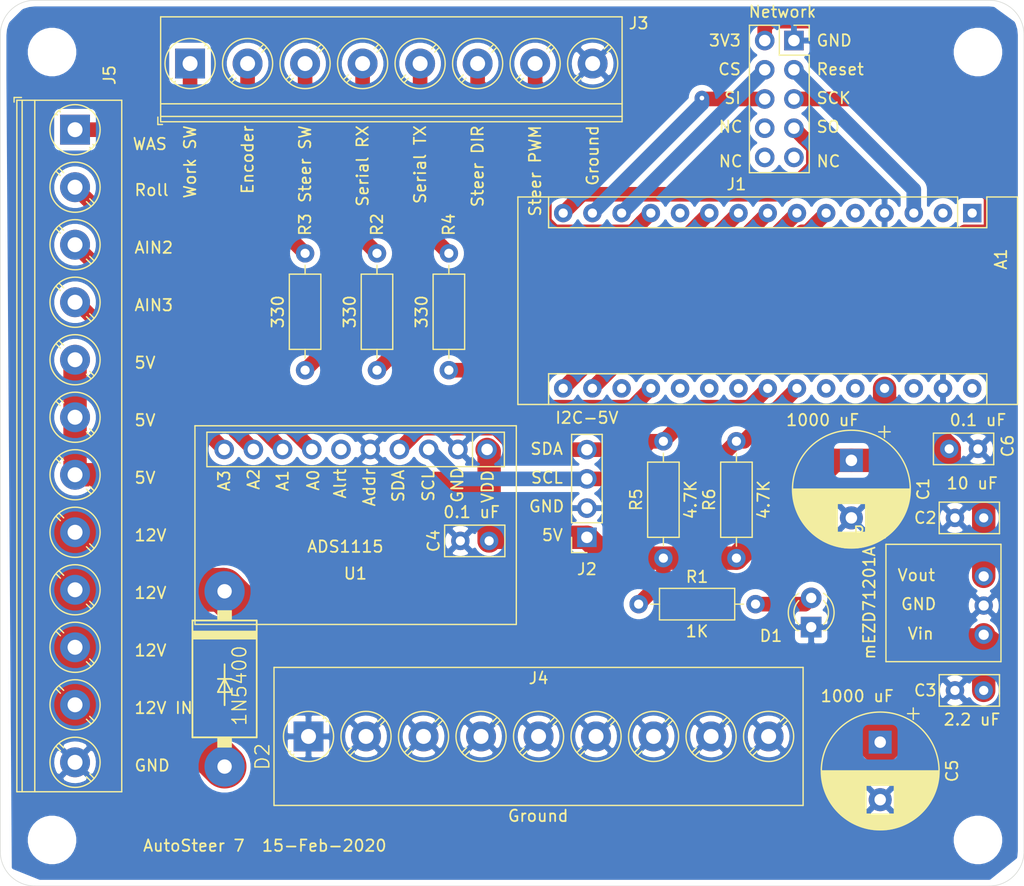
<source format=kicad_pcb>
(kicad_pcb (version 20171130) (host pcbnew "(5.1.2)-2")
  (layers (0 F.Cu signal) (31 B.Cu signal) (34 B.Paste user) (35 F.Paste user) (36 B.SilkS user) (37 F.SilkS user) (38 B.Mask user) (39 F.Mask user) (44 Edge.Cuts user))
  (net 0 "")
  (net 1 "Net-(A1-Pad16)")
  (net 2 "Net-(A1-Pad17)")
  (net 3 "Net-(A1-Pad3)")
  (net 4 "Net-(A1-Pad18)")
  (net 5 GND)
  (net 6 "Net-(A1-Pad5)")
  (net 7 "Net-(A1-Pad20)")
  (net 8 "Net-(A1-Pad6)")
  (net 9 "Net-(A1-Pad21)")
  (net 10 "Net-(A1-Pad7)")
  (net 11 "Net-(A1-Pad22)")
  (net 12 "Net-(A1-Pad8)")
  (net 13 "Net-(A1-Pad23)")
  (net 14 "Net-(A1-Pad9)")
  (net 15 "Net-(A1-Pad24)")
  (net 16 "Net-(A1-Pad10)")
  (net 17 "Net-(A1-Pad25)")
  (net 18 "Net-(A1-Pad11)")
  (net 19 "Net-(A1-Pad26)")
  (net 20 "Net-(A1-Pad12)")
  (net 21 "Net-(A1-Pad27)")
  (net 22 "Net-(A1-Pad13)")
  (net 23 "Net-(A1-Pad28)")
  (net 24 "Net-(A1-Pad15)")
  (net 25 "Net-(A1-Pad30)")
  (net 26 "Net-(A1-Pad1)")
  (net 27 "Net-(U1-Pad6)")
  (net 28 "Net-(A1-Pad2)")
  (net 29 "Net-(D1-Pad2)")
  (net 30 "Net-(D2-PadA)")
  (net 31 "Net-(A1-Pad14)")
  (net 32 "Net-(A1-Pad19)")
  (net 33 "Net-(C3-Pad1)")
  (net 34 "Net-(J3-Pad2)")
  (net 35 "Net-(J5-Pad4)")
  (net 36 "Net-(J5-Pad3)")
  (net 37 "Net-(J5-Pad2)")
  (net 38 "Net-(J5-Pad1)")
  (net 39 "Net-(J3-Pad3)")
  (net 40 "Net-(J1-Pad10)")
  (net 41 "Net-(J1-Pad9)")
  (net 42 "Net-(J1-Pad8)")
  (net 43 "Net-(J3-Pad1)")
  (module TerminalBlock_Phoenix:TerminalBlock_Phoenix_PT-1,5-8-5.0-H_1x08_P5.00mm_Horizontal (layer F.Cu) (at 95.5 63.5)
    (fp_text reference J3 (at 39 -3.5) (layer F.SilkS))
    (fp_text value GPIOs)
    (pad 8 thru_hole circle (at 35 0) (size 2.6 2.6) (drill 1.3) (layers *.Cu *.Mask) (net 5 GND))
    (pad 7 thru_hole circle (at 30 0) (size 2.6 2.6) (drill 1.3) (layers *.Cu *.Mask) (net 20 "Net-(A1-Pad12)"))
    (pad 6 thru_hole circle (at 25 0) (size 2.6 2.6) (drill 1.3) (layers *.Cu *.Mask) (net 16 "Net-(A1-Pad10)"))
    (pad 5 thru_hole circle (at 20 0) (size 2.6 2.6) (drill 1.3) (layers *.Cu *.Mask) (net 14 "Net-(A1-Pad9)"))
    (pad 4 thru_hole circle (at 15 0) (size 2.6 2.6) (drill 1.3) (layers *.Cu *.Mask) (net 12 "Net-(A1-Pad8)"))
    (pad 3 thru_hole circle (at 10 0) (size 2.6 2.6) (drill 1.3) (layers *.Cu *.Mask) (net 39 "Net-(J3-Pad3)"))
    (pad 2 thru_hole circle (at 5 0) (size 2.6 2.6) (drill 1.3) (layers *.Cu *.Mask) (net 34 "Net-(J3-Pad2)"))
    (pad 1 thru_hole rect (at 0 0) (size 2.6 2.6) (drill 1.3) (layers *.Cu *.Mask) (net 43 "Net-(J3-Pad1)"))
  )
  (module Connector_PinSocket_2.54mm:PinSocket_2x05_P2.54mm_Vertical (layer F.Cu) (at 148 61.5)
    (fp_text reference J1 (at -5 12.5) (layer F.SilkS))
    (fp_text value Network (at -1 -2.5) (layer F.SilkS))
    (pad 10 thru_hole oval (at -2.54 10.16) (size 1.7 1.7) (drill 1) (layers *.Cu *.Mask) (net 40 "Net-(J1-Pad10)"))
    (pad 9 thru_hole oval (at 0 10.16) (size 1.7 1.7) (drill 1) (layers *.Cu *.Mask) (net 41 "Net-(J1-Pad9)"))
    (pad 8 thru_hole oval (at -2.54 7.62) (size 1.7 1.7) (drill 1) (layers *.Cu *.Mask) (net 42 "Net-(J1-Pad8)"))
    (pad 7 thru_hole oval (at 0 7.62) (size 1.7 1.7) (drill 1) (layers *.Cu *.Mask) (net 24 "Net-(A1-Pad15)"))
    (pad 6 thru_hole oval (at -2.54 5.08) (size 1.7 1.7) (drill 1) (layers *.Cu *.Mask) (net 31 "Net-(A1-Pad14)"))
    (pad 5 thru_hole oval (at 0 5.08) (size 1.7 1.7) (drill 1) (layers *.Cu *.Mask) (net 1 "Net-(A1-Pad16)"))
    (pad 4 thru_hole oval (at -2.54 2.54) (size 1.7 1.7) (drill 1) (layers *.Cu *.Mask) (net 22 "Net-(A1-Pad13)"))
    (pad 3 thru_hole oval (at 0 2.54) (size 1.7 1.7) (drill 1) (layers *.Cu *.Mask) (net 3 "Net-(A1-Pad3)"))
    (pad 2 thru_hole oval (at -2.54 0) (size 1.7 1.7) (drill 1) (layers *.Cu *.Mask) (net 2 "Net-(A1-Pad17)"))
    (pad 1 thru_hole rect (at 0 0) (size 1.7 1.7) (drill 1) (layers *.Cu *.Mask) (net 5 GND))
  )
  (module AAAlibrary:TerminalBlock_Phoenix_PT-1,5-9-5.0-H_1x09_P5.00mm_55degrees (layer F.Cu) (at 105.7976 122)
    (fp_text reference J4 (at 20 -5.06) (layer F.SilkS))
    (fp_text value Ground (at 19.9644 6.9088) (layer F.SilkS))
    (pad 9 thru_hole circle (at 40 0) (size 2.6 2.6) (drill 1.3) (layers *.Cu *.Mask) (net 5 GND))
    (pad 8 thru_hole circle (at 35 0) (size 2.6 2.6) (drill 1.3) (layers *.Cu *.Mask) (net 5 GND))
    (pad 7 thru_hole circle (at 30 0) (size 2.6 2.6) (drill 1.3) (layers *.Cu *.Mask) (net 5 GND))
    (pad 6 thru_hole circle (at 25 0) (size 2.6 2.6) (drill 1.3) (layers *.Cu *.Mask) (net 5 GND))
    (pad 5 thru_hole circle (at 20 0) (size 2.6 2.6) (drill 1.3) (layers *.Cu *.Mask) (net 5 GND))
    (pad 4 thru_hole circle (at 15 0) (size 2.6 2.6) (drill 1.3) (layers *.Cu *.Mask) (net 5 GND))
    (pad 3 thru_hole circle (at 10 0) (size 2.6 2.6) (drill 1.3) (layers *.Cu *.Mask) (net 5 GND))
    (pad 2 thru_hole circle (at 5 0) (size 2.6 2.6) (drill 1.3) (layers *.Cu *.Mask) (net 5 GND))
    (pad 1 thru_hole rect (at 0 0) (size 2.6 2.6) (drill 1.3) (layers *.Cu *.Mask) (net 5 GND))
  )
  (module Connector_PinSocket_2.54mm:PinSocket_1x04_P2.54mm_Vertical (layer F.Cu) (at 130 104.69 180)
    (fp_text reference J2 (at 0 -2.77) (layer F.SilkS))
    (fp_text value I2C-5V (at 0 10.39) (layer F.SilkS))
    (pad 4 thru_hole oval (at 0 7.62 180) (size 1.7 1.7) (drill 1) (layers *.Cu *.Mask) (net 13 "Net-(A1-Pad23)"))
    (pad 3 thru_hole oval (at 0 5.08 180) (size 1.7 1.7) (drill 1) (layers *.Cu *.Mask) (net 15 "Net-(A1-Pad24)"))
    (pad 2 thru_hole oval (at 0 2.54 180) (size 1.7 1.7) (drill 1) (layers *.Cu *.Mask) (net 5 GND))
    (pad 1 thru_hole rect (at 0 0 180) (size 1.7 1.7) (drill 1) (layers *.Cu *.Mask) (net 21 "Net-(A1-Pad27)"))
  )
  (module Resistor_THT:R_Axial_DIN0207_L6.3mm_D2.5mm_P10.16mm_Horizontal (layer F.Cu) (at 143 106.5 90)
    (fp_text reference R6 (at 5.08 -2.37 90) (layer F.SilkS))
    (fp_text value 4.7K (at 5.08 2.37 90) (layer F.SilkS))
    (pad 2 thru_hole oval (at 10.16 0 90) (size 1.6 1.6) (drill 0.8) (layers *.Cu *.Mask) (net 15 "Net-(A1-Pad24)"))
    (pad 1 thru_hole circle (at 0 0 90) (size 1.6 1.6) (drill 0.8) (layers *.Cu *.Mask) (net 21 "Net-(A1-Pad27)"))
  )
  (module Resistor_THT:R_Axial_DIN0207_L6.3mm_D2.5mm_P10.16mm_Horizontal (layer F.Cu) (at 136.65 106.5 90)
    (fp_text reference R5 (at 5.08 -2.37 90) (layer F.SilkS))
    (fp_text value 4.7K (at 5.08 2.37 90) (layer F.SilkS))
    (pad 2 thru_hole oval (at 10.16 0 90) (size 1.6 1.6) (drill 0.8) (layers *.Cu *.Mask) (net 13 "Net-(A1-Pad23)"))
    (pad 1 thru_hole circle (at 0 0 90) (size 1.6 1.6) (drill 0.8) (layers *.Cu *.Mask) (net 21 "Net-(A1-Pad27)"))
  )
  (module Resistor_THT:R_Axial_DIN0207_L6.3mm_D2.5mm_P10.16mm_Horizontal (layer F.Cu) (at 118 80 270)
    (fp_text reference R4 (at -2.5 0 90) (layer F.SilkS))
    (fp_text value 330 (at 5.08 2.37 90) (layer F.SilkS))
    (pad 2 thru_hole oval (at 10.16 0 270) (size 1.6 1.6) (drill 0.8) (layers *.Cu *.Mask) (net 32 "Net-(A1-Pad19)"))
    (pad 1 thru_hole circle (at 0 0 270) (size 1.6 1.6) (drill 0.8) (layers *.Cu *.Mask) (net 39 "Net-(J3-Pad3)"))
  )
  (module Resistor_THT:R_Axial_DIN0207_L6.3mm_D2.5mm_P10.16mm_Horizontal (layer F.Cu) (at 105.5 80 270)
    (fp_text reference R3 (at -2.5 0 90) (layer F.SilkS))
    (fp_text value 330 (at 5.08 2.37 90) (layer F.SilkS))
    (pad 2 thru_hole oval (at 10.16 0 270) (size 1.6 1.6) (drill 0.8) (layers *.Cu *.Mask) (net 10 "Net-(A1-Pad7)"))
    (pad 1 thru_hole circle (at 0 0 270) (size 1.6 1.6) (drill 0.8) (layers *.Cu *.Mask) (net 43 "Net-(J3-Pad1)"))
  )
  (module Resistor_THT:R_Axial_DIN0207_L6.3mm_D2.5mm_P10.16mm_Horizontal (layer F.Cu) (at 111.75 80 270)
    (fp_text reference R2 (at -2.5 0 90) (layer F.SilkS))
    (fp_text value 330 (at 5.08 2.37 90) (layer F.SilkS))
    (pad 2 thru_hole oval (at 10.16 0 270) (size 1.6 1.6) (drill 0.8) (layers *.Cu *.Mask) (net 8 "Net-(A1-Pad6)"))
    (pad 1 thru_hole circle (at 0 0 270) (size 1.6 1.6) (drill 0.8) (layers *.Cu *.Mask) (net 34 "Net-(J3-Pad2)"))
  )
  (module Resistor_THT:R_Axial_DIN0207_L6.3mm_D2.5mm_P10.16mm_Horizontal (layer F.Cu) (at 134.5 110.5)
    (fp_text reference R1 (at 5.08 -2.37) (layer F.SilkS))
    (fp_text value 1K (at 5.08 2.37) (layer F.SilkS))
    (pad 2 thru_hole oval (at 10.16 0) (size 1.6 1.6) (drill 0.8) (layers *.Cu *.Mask) (net 29 "Net-(D1-Pad2)"))
    (pad 1 thru_hole circle (at 0 0) (size 1.6 1.6) (drill 0.8) (layers *.Cu *.Mask) (net 21 "Net-(A1-Pad27)"))
  )
  (module AAAlibrary:TerminalBlock_Phoenix_PT-1,5-12-5.0-H_1x12_P5.00mm_Horizontal (layer F.Cu) (at 85.5 69.25 270)
    (fp_text reference J5 (at -4.75 -3 90) (layer F.SilkS))
    (fp_text value Screw_Terminal_01x12)
    (pad 12 thru_hole circle (at 55 0 270) (size 2.6 2.6) (drill 1.3) (layers *.Cu *.Mask) (net 5 GND))
    (pad 11 thru_hole circle (at 50 0 270) (size 2.6 2.6) (drill 1.3) (layers *.Cu *.Mask) (net 30 "Net-(D2-PadA)"))
    (pad 10 thru_hole circle (at 45 0 270) (size 2.6 2.6) (drill 1.3) (layers *.Cu *.Mask) (net 33 "Net-(C3-Pad1)"))
    (pad 9 thru_hole circle (at 40 0 270) (size 2.6 2.6) (drill 1.3) (layers *.Cu *.Mask) (net 33 "Net-(C3-Pad1)"))
    (pad 8 thru_hole circle (at 35 0 270) (size 2.6 2.6) (drill 1.3) (layers *.Cu *.Mask) (net 33 "Net-(C3-Pad1)"))
    (pad 7 thru_hole circle (at 30 0 270) (size 2.6 2.6) (drill 1.3) (layers *.Cu *.Mask) (net 21 "Net-(A1-Pad27)"))
    (pad 6 thru_hole circle (at 25 0 270) (size 2.6 2.6) (drill 1.3) (layers *.Cu *.Mask) (net 21 "Net-(A1-Pad27)"))
    (pad 5 thru_hole circle (at 20 0 270) (size 2.6 2.6) (drill 1.3) (layers *.Cu *.Mask) (net 21 "Net-(A1-Pad27)"))
    (pad 4 thru_hole circle (at 15 0 270) (size 2.6 2.6) (drill 1.3) (layers *.Cu *.Mask) (net 35 "Net-(J5-Pad4)"))
    (pad 3 thru_hole circle (at 10 0 270) (size 2.6 2.6) (drill 1.3) (layers *.Cu *.Mask) (net 36 "Net-(J5-Pad3)"))
    (pad 2 thru_hole circle (at 5 0 270) (size 2.6 2.6) (drill 1.3) (layers *.Cu *.Mask) (net 37 "Net-(J5-Pad2)"))
    (pad 1 thru_hole rect (at 0 0 270) (size 2.6 2.6) (drill 1.3) (layers *.Cu *.Mask) (net 38 "Net-(J5-Pad1)"))
  )
  (module MountingHole:MountingHole_3.2mm_M3 (layer F.Cu) (at 164 131)
    (fp_text reference "" hide)
    (fp_text value "" hide)
    (pad 1 np_thru_hole circle (at 0 0) (size 3.2 3.2) (drill 3.2) (layers *.Cu *.Mask))
  )
  (module MountingHole:MountingHole_3.2mm_M3 (layer F.Cu) (at 83.5 131)
    (fp_text reference "" hide)
    (fp_text value "" hide)
    (pad 1 np_thru_hole circle (at 0 0) (size 3.2 3.2) (drill 3.2) (layers *.Cu *.Mask))
  )
  (module MountingHole:MountingHole_3.2mm_M3 (layer F.Cu) (at 83.5 62.5)
    (fp_text reference "" hide)
    (fp_text value "" hide)
    (pad 1 np_thru_hole circle (at 0 0) (size 3.2 3.2) (drill 3.2) (layers *.Cu *.Mask))
  )
  (module MountingHole:MountingHole_3.2mm_M3 (layer F.Cu) (at 164 62.5)
    (fp_text reference "" hide)
    (fp_text value "" hide)
    (pad 1 np_thru_hole circle (at 0 0) (size 3.2 3.2) (drill 3.2) (layers *.Cu *.Mask))
  )
  (module Module:Arduino_Nano (layer F.Cu) (at 163.5 76.5 270)
    (fp_text reference A1 (at 4 -2.5 90) (layer F.SilkS))
    (fp_text value Arduino_Nano_v3.x)
    (pad 16 thru_hole oval (at 15.24 35.56 270) (size 1.6 1.6) (drill 0.8) (layers *.Cu *.Mask) (net 1 "Net-(A1-Pad16)"))
    (pad 15 thru_hole oval (at 0 35.56 270) (size 1.6 1.6) (drill 0.8) (layers *.Cu *.Mask) (net 24 "Net-(A1-Pad15)"))
    (pad 30 thru_hole oval (at 15.24 0 270) (size 1.6 1.6) (drill 0.8) (layers *.Cu *.Mask) (net 25 "Net-(A1-Pad30)"))
    (pad 14 thru_hole oval (at 0 33.02 270) (size 1.6 1.6) (drill 0.8) (layers *.Cu *.Mask) (net 31 "Net-(A1-Pad14)"))
    (pad 29 thru_hole oval (at 15.24 2.54 270) (size 1.6 1.6) (drill 0.8) (layers *.Cu *.Mask) (net 5 GND))
    (pad 13 thru_hole oval (at 0 30.48 270) (size 1.6 1.6) (drill 0.8) (layers *.Cu *.Mask) (net 22 "Net-(A1-Pad13)"))
    (pad 28 thru_hole oval (at 15.24 5.08 270) (size 1.6 1.6) (drill 0.8) (layers *.Cu *.Mask) (net 23 "Net-(A1-Pad28)"))
    (pad 12 thru_hole oval (at 0 27.94 270) (size 1.6 1.6) (drill 0.8) (layers *.Cu *.Mask) (net 20 "Net-(A1-Pad12)"))
    (pad 27 thru_hole oval (at 15.24 7.62 270) (size 1.6 1.6) (drill 0.8) (layers *.Cu *.Mask) (net 21 "Net-(A1-Pad27)"))
    (pad 11 thru_hole oval (at 0 25.4 270) (size 1.6 1.6) (drill 0.8) (layers *.Cu *.Mask) (net 18 "Net-(A1-Pad11)"))
    (pad 26 thru_hole oval (at 15.24 10.16 270) (size 1.6 1.6) (drill 0.8) (layers *.Cu *.Mask) (net 19 "Net-(A1-Pad26)"))
    (pad 10 thru_hole oval (at 0 22.86 270) (size 1.6 1.6) (drill 0.8) (layers *.Cu *.Mask) (net 16 "Net-(A1-Pad10)"))
    (pad 25 thru_hole oval (at 15.24 12.7 270) (size 1.6 1.6) (drill 0.8) (layers *.Cu *.Mask) (net 17 "Net-(A1-Pad25)"))
    (pad 9 thru_hole oval (at 0 20.32 270) (size 1.6 1.6) (drill 0.8) (layers *.Cu *.Mask) (net 14 "Net-(A1-Pad9)"))
    (pad 24 thru_hole oval (at 15.24 15.24 270) (size 1.6 1.6) (drill 0.8) (layers *.Cu *.Mask) (net 15 "Net-(A1-Pad24)"))
    (pad 8 thru_hole oval (at 0 17.78 270) (size 1.6 1.6) (drill 0.8) (layers *.Cu *.Mask) (net 12 "Net-(A1-Pad8)"))
    (pad 23 thru_hole oval (at 15.24 17.78 270) (size 1.6 1.6) (drill 0.8) (layers *.Cu *.Mask) (net 13 "Net-(A1-Pad23)"))
    (pad 7 thru_hole oval (at 0 15.24 270) (size 1.6 1.6) (drill 0.8) (layers *.Cu *.Mask) (net 10 "Net-(A1-Pad7)"))
    (pad 22 thru_hole oval (at 15.24 20.32 270) (size 1.6 1.6) (drill 0.8) (layers *.Cu *.Mask) (net 11 "Net-(A1-Pad22)"))
    (pad 6 thru_hole oval (at 0 12.7 270) (size 1.6 1.6) (drill 0.8) (layers *.Cu *.Mask) (net 8 "Net-(A1-Pad6)"))
    (pad 21 thru_hole oval (at 15.24 22.86 270) (size 1.6 1.6) (drill 0.8) (layers *.Cu *.Mask) (net 9 "Net-(A1-Pad21)"))
    (pad 5 thru_hole oval (at 0 10.16 270) (size 1.6 1.6) (drill 0.8) (layers *.Cu *.Mask) (net 6 "Net-(A1-Pad5)"))
    (pad 20 thru_hole oval (at 15.24 25.4 270) (size 1.6 1.6) (drill 0.8) (layers *.Cu *.Mask) (net 7 "Net-(A1-Pad20)"))
    (pad 4 thru_hole oval (at 0 7.62 270) (size 1.6 1.6) (drill 0.8) (layers *.Cu *.Mask) (net 5 GND))
    (pad 19 thru_hole oval (at 15.24 27.94 270) (size 1.6 1.6) (drill 0.8) (layers *.Cu *.Mask) (net 32 "Net-(A1-Pad19)"))
    (pad 3 thru_hole oval (at 0 5.08 270) (size 1.6 1.6) (drill 0.8) (layers *.Cu *.Mask) (net 3 "Net-(A1-Pad3)"))
    (pad 18 thru_hole oval (at 15.24 30.48 270) (size 1.6 1.6) (drill 0.8) (layers *.Cu *.Mask) (net 4 "Net-(A1-Pad18)"))
    (pad 2 thru_hole oval (at 0 2.54 270) (size 1.6 1.6) (drill 0.8) (layers *.Cu *.Mask) (net 28 "Net-(A1-Pad2)"))
    (pad 17 thru_hole oval (at 15.24 33.02 270) (size 1.6 1.6) (drill 0.8) (layers *.Cu *.Mask) (net 2 "Net-(A1-Pad17)"))
    (pad 1 thru_hole rect (at 0 0 270) (size 1.6 1.6) (drill 0.8) (layers *.Cu *.Mask) (net 26 "Net-(A1-Pad1)"))
  )
  (module "my library:1N5400" (layer F.Cu) (at 98.5 117 270)
    (fp_text reference D2 (at 5.5 -4 90) (layer F.SilkS) (effects (font (size 1.2065 1.2065) (thickness 0.127)) (justify right bottom)))
    (fp_text value 1N5400 (at -3 -2 90) (layer F.SilkS) (effects (font (size 1.2065 1.2065) (thickness 0.127)) (justify right bottom)))
    (pad C thru_hole circle (at -7.62 0 270) (size 3.5 3.5) (drill 1.25) (layers *.Cu *.Mask) (net 33 "Net-(C3-Pad1)"))
    (pad A thru_hole circle (at 7.62 0 270) (size 3.5 3.5) (drill 1.25) (layers *.Cu *.Mask) (net 30 "Net-(D2-PadA)"))
  )
  (module Capacitor_THT:C_Disc_D5.0mm_W2.5mm_P2.50mm (layer F.Cu) (at 164.5 118 180)
    (fp_text reference C3 (at 5.08 0) (layer F.SilkS))
    (fp_text value "2.2 uF" (at 1.016 -2.54) (layer F.SilkS))
    (pad 2 thru_hole circle (at 2.5 0 180) (size 1.6 1.6) (drill 0.8) (layers *.Cu *.Mask) (net 5 GND))
    (pad 1 thru_hole circle (at 0 0 180) (size 1.6 1.6) (drill 0.8) (layers *.Cu *.Mask) (net 33 "Net-(C3-Pad1)"))
  )
  (module Capacitor_THT:C_Disc_D5.0mm_W2.5mm_P2.50mm (layer F.Cu) (at 164.5 103 180)
    (fp_text reference C2 (at 5.08 0) (layer F.SilkS))
    (fp_text value "10 uF" (at 1 3 180) (layer F.SilkS))
    (pad 2 thru_hole circle (at 2.5 0 180) (size 1.6 1.6) (drill 0.8) (layers *.Cu *.Mask) (net 5 GND))
    (pad 1 thru_hole circle (at 0 0 180) (size 1.6 1.6) (drill 0.8) (layers *.Cu *.Mask) (net 21 "Net-(A1-Pad27)"))
  )
  (module "my library:ads1115" (layer F.Cu) (at 123 95.5 180)
    (fp_text reference U1 (at 13.1318 -12.3444) (layer F.SilkS))
    (fp_text value ADS1115 (at 14 -10) (layer F.SilkS))
    (fp_text user A3 (at 24.5364 -4.2672 90) (layer F.SilkS))
    (fp_text user A2 (at 21.971 -4.1402 90) (layer F.SilkS))
    (fp_text user A1 (at 19.4564 -4.2672 90) (layer F.SilkS))
    (fp_text user A0 (at 16.7894 -4.2164 90) (layer F.SilkS))
    (fp_text user Alrt (at 14.4526 -4.5212 90) (layer F.SilkS))
    (fp_text user Addr (at 11.9126 -4.8514 90) (layer F.SilkS))
    (fp_text user SDA (at 9.398 -4.7244 90) (layer F.SilkS))
    (fp_text user SCL (at 6.7818 -4.699 90) (layer F.SilkS))
    (fp_text user GND (at 4.2672 -4.6482 90) (layer F.SilkS))
    (fp_text user VDD (at 1.6256 -4.7752 90) (layer F.SilkS))
    (pad 10 thru_hole circle (at 24.5364 -1.5494 180) (size 1.7 1.7) (drill 1) (layers *.Cu *.Mask) (net 35 "Net-(J5-Pad4)"))
    (pad 9 thru_hole circle (at 21.9964 -1.5494 180) (size 1.7 1.7) (drill 1) (layers *.Cu *.Mask) (net 36 "Net-(J5-Pad3)"))
    (pad 8 thru_hole circle (at 19.4564 -1.5494 180) (size 1.7 1.7) (drill 1) (layers *.Cu *.Mask) (net 37 "Net-(J5-Pad2)"))
    (pad 7 thru_hole circle (at 16.9164 -1.5494 180) (size 1.7 1.7) (drill 1) (layers *.Cu *.Mask) (net 38 "Net-(J5-Pad1)"))
    (pad 6 thru_hole circle (at 14.3764 -1.5494 180) (size 1.7 1.7) (drill 1) (layers *.Cu *.Mask) (net 27 "Net-(U1-Pad6)"))
    (pad 5 thru_hole circle (at 11.8364 -1.5494 180) (size 1.7 1.7) (drill 1) (layers *.Cu *.Mask) (net 5 GND))
    (pad 4 thru_hole circle (at 9.2964 -1.5494 180) (size 1.7 1.7) (drill 1) (layers *.Cu *.Mask) (net 13 "Net-(A1-Pad23)"))
    (pad 3 thru_hole circle (at 6.7564 -1.5494 180) (size 1.7 1.7) (drill 1) (layers *.Cu *.Mask) (net 15 "Net-(A1-Pad24)"))
    (pad 2 thru_hole circle (at 4.2164 -1.5494 180) (size 1.7 1.7) (drill 1) (layers *.Cu *.Mask) (net 5 GND))
    (pad 1 thru_hole circle (at 1.6764 -1.5494 180) (size 1.7 1.7) (drill 1) (layers *.Cu *.Mask) (net 21 "Net-(A1-Pad27)"))
  )
  (module "my library:mEZD71201A" (layer F.Cu) (at 156 115.5 90)
    (fp_text reference RG1 (at 11.228 -1.371 180) (layer F.SilkS))
    (fp_text value mEZD71201A (at 5.1054 -1.4478 90) (layer F.SilkS))
    (fp_text user Vin (at 2.4384 3.0226) (layer F.SilkS))
    (fp_text user GND (at 5.0038 2.8448) (layer F.SilkS))
    (fp_text user Vout (at 7.5184 2.6416) (layer F.SilkS))
    (pad 3 thru_hole circle (at 7.4168 8.5 180) (size 1.59 1.59) (drill 0.89) (layers *.Cu *.Mask) (net 21 "Net-(A1-Pad27)"))
    (pad 2 thru_hole circle (at 4.8768 8.5 180) (size 1.59 1.59) (drill 0.89) (layers *.Cu *.Mask) (net 5 GND))
    (pad 1 thru_hole circle (at 2.3368 8.5 180) (size 1.59 1.59) (drill 0.89) (layers *.Cu *.Mask) (net 33 "Net-(C3-Pad1)"))
  )
  (module Capacitor_THT:C_Disc_D5.0mm_W2.5mm_P2.50mm (layer F.Cu) (at 161.5 97)
    (fp_text reference C6 (at 5.08 -0.254 90) (layer F.SilkS))
    (fp_text value "0.1 uF" (at 2.5 -2.5 180) (layer F.SilkS))
    (pad 2 thru_hole circle (at 2.5 0) (size 1.6 1.6) (drill 0.8) (layers *.Cu *.Mask) (net 5 GND))
    (pad 1 thru_hole circle (at 0 0) (size 1.6 1.6) (drill 0.8) (layers *.Cu *.Mask) (net 21 "Net-(A1-Pad27)"))
  )
  (module LED_THT:LED_D3.0mm (layer F.Cu) (at 149.5 112.5 90)
    (fp_text reference D1 (at -0.762 -3.5 180) (layer F.SilkS))
    (fp_text value LED)
    (pad 2 thru_hole circle (at 2.54 0 90) (size 1.8 1.8) (drill 0.9) (layers *.Cu *.Mask) (net 29 "Net-(D1-Pad2)"))
    (pad 1 thru_hole rect (at 0 0 90) (size 1.8 1.8) (drill 0.9) (layers *.Cu *.Mask) (net 5 GND))
  )
  (module Capacitor_THT:CP_Radial_D10.0mm_P5.00mm (layer F.Cu) (at 155.5 122.5 270)
    (fp_text reference C5 (at 2.5 -6.25 90) (layer F.SilkS))
    (fp_text value "1000 uF" (at -4 1.994999 180) (layer F.SilkS))
    (pad 2 thru_hole circle (at 5 0 270) (size 2 2) (drill 1) (layers *.Cu *.Mask) (net 5 GND))
    (pad 1 thru_hole rect (at 0 0 270) (size 2 2) (drill 1) (layers *.Cu *.Mask) (net 33 "Net-(C3-Pad1)"))
  )
  (module Capacitor_THT:C_Disc_D5.0mm_W2.5mm_P2.50mm (layer F.Cu) (at 121.5 105 180)
    (fp_text reference C4 (at 4.826 0 270) (layer F.SilkS))
    (fp_text value "0.1 uF" (at 1.524 2.5) (layer F.SilkS))
    (pad 2 thru_hole circle (at 2.5 0 180) (size 1.6 1.6) (drill 0.8) (layers *.Cu *.Mask) (net 5 GND))
    (pad 1 thru_hole circle (at 0 0 180) (size 1.6 1.6) (drill 0.8) (layers *.Cu *.Mask) (net 21 "Net-(A1-Pad27)"))
  )
  (module Capacitor_THT:CP_Radial_D10.0mm_P5.00mm (layer F.Cu) (at 152.994999 98 270)
    (fp_text reference C1 (at 2.5 -6.25 90) (layer F.SilkS))
    (fp_text value "1000 uF" (at -3.5 2.494999 180) (layer F.SilkS))
    (pad 2 thru_hole circle (at 5 0 270) (size 2 2) (drill 1) (layers *.Cu *.Mask) (net 5 GND))
    (pad 1 thru_hole rect (at 0 0 270) (size 2 2) (drill 1) (layers *.Cu *.Mask) (net 21 "Net-(A1-Pad27)"))
  )
  (gr_text Ground (at 130.5 71.5 90) (layer F.SilkS) (effects (font (size 1 1))))
  (gr_text NC (at 151 72) (layer F.SilkS) (effects (font (size 1 1))))
  (gr_text NC (at 142.5 72) (layer F.SilkS) (effects (font (size 1 1))))
  (gr_text NC (at 142.5 69) (layer F.SilkS) (effects (font (size 1 1))))
  (gr_text SI (at 142.666667 66.5) (layer F.SilkS) (effects (font (size 1 1))))
  (gr_text SO (at 150.976191 69) (layer F.SilkS) (effects (font (size 1 1))))
  (gr_text CS (at 142.404762 64) (layer F.SilkS) (effects (font (size 1 1))))
  (gr_text GND (at 151.5 61.5) (layer F.SilkS) (effects (font (size 1 1))))
  (gr_text 3V3 (at 142 61.5) (layer F.SilkS) (effects (font (size 1 1))))
  (gr_text SCK (at 151.452381 66.5) (layer F.SilkS) (effects (font (size 1 1))))
  (gr_text Reset (at 152.02381 64) (layer F.SilkS) (effects (font (size 1 1))))
  (gr_text "12V IN" (at 93.202 119.52909) (layer F.SilkS) (effects (font (size 1 1))))
  (gr_text 5V (at 91.582953 94.514545) (layer F.SilkS) (effects (font (size 1 1))))
  (gr_text "12V\n" (at 92.059143 104.520363) (layer F.SilkS) (effects (font (size 1 1))))
  (gr_text 5V (at 91.582953 99.517454) (layer F.SilkS) (effects (font (size 1 1))))
  (gr_text WAS (at 92 70.5) (layer F.SilkS) (effects (font (size 1 1))))
  (gr_text "Steer SW" (at 105.5 72.238095 90) (layer F.SilkS) (effects (font (size 1 1))))
  (gr_text "Work SW" (at 95.5 72.047619 90) (layer F.SilkS) (effects (font (size 1 1))))
  (gr_text "Serial TX" (at 115.5 72.285714 90) (layer F.SilkS) (effects (font (size 1 1))))
  (gr_text "Serial RX" (at 110.5 72.404762 90) (layer F.SilkS) (effects (font (size 1 1))))
  (gr_text 5V (at 91.582953 89.511636) (layer F.SilkS) (effects (font (size 1 1))))
  (gr_text Encoder (at 100.5 71.857143 90) (layer F.SilkS) (effects (font (size 1 1))))
  (gr_arc (start 165 132) (end 165 135) (angle -90) (layer Edge.Cuts) (width 0.05))
  (gr_arc (start 82 132) (end 82 135) (angle 90) (layer Edge.Cuts) (width 0.05))
  (gr_arc (start 82 61) (end 82 58) (angle -90) (layer Edge.Cuts) (width 0.05))
  (gr_arc (start 165 61) (end 165 58) (angle 90) (layer Edge.Cuts) (width 0.05))
  (gr_line (start 168 132) (end 168 61) (layer Edge.Cuts) (width 0.05))
  (gr_line (start 82 135) (end 165 135) (layer Edge.Cuts) (width 0.05))
  (gr_line (start 79 61) (end 79 132) (layer Edge.Cuts) (width 0.05))
  (gr_line (start 165 58) (end 82 58) (layer Edge.Cuts) (width 0.05))
  (gr_text 5V (at 127 104.5) (layer F.SilkS) (effects (font (size 1 1))))
  (gr_text GND (at 126.5 102) (layer F.SilkS) (effects (font (size 1 1))))
  (gr_text SCL (at 126.523809 99.5) (layer F.SilkS) (effects (font (size 1 1))))
  (gr_text SDA (at 126.5 97) (layer F.SilkS) (effects (font (size 1 1))))
  (gr_text GND (at 92.202 124.532) (layer F.SilkS) (effects (font (size 1 1))))
  (gr_text 12V (at 92.059143 114.526181) (layer F.SilkS) (effects (font (size 1 1))))
  (gr_text "Steer DIR" (at 120.5 72.428571 90) (layer F.SilkS) (effects (font (size 1 1))))
  (gr_text "Steer PWM" (at 125.5 72.833333 90) (layer F.SilkS) (effects (font (size 1 1))))
  (gr_text AIN3 (at 92.344857 84.508727) (layer F.SilkS) (effects (font (size 1 1))))
  (gr_text Roll (at 92.154381 74.502909) (layer F.SilkS) (effects (font (size 1 1))))
  (gr_text AIN2 (at 92.344857 79.505818) (layer F.SilkS) (effects (font (size 1 1))))
  (gr_text 12V (at 92.059143 109.523272) (layer F.SilkS) (effects (font (size 1 1))))
  (gr_text "AutoSteer 7  15-Feb-2020" (at 102 131.5) (layer F.SilkS) (effects (font (size 1 1))))
  (segment (start 165.135001 75.031999) (end 164.968001 74.864999) (width 1.27) (layer F.Cu) (net 1))
  (segment (start 156.683002 66.58) (end 148 66.58) (width 1.27) (layer F.Cu) (net 1))
  (segment (start 165.135001 75.031999) (end 156.683002 66.58) (width 1.27) (layer F.Cu) (net 1))
  (segment (start 161 80) (end 162.864999 78.135001) (width 1.27) (layer F.Cu) (net 1))
  (segment (start 141.962752 86.955065) (end 148.917817 80) (width 1.27) (layer F.Cu) (net 1))
  (segment (start 132.724935 86.955065) (end 141.962752 86.955065) (width 1.27) (layer F.Cu) (net 1))
  (segment (start 165.135001 77.968001) (end 165.135001 75.031999) (width 1.27) (layer F.Cu) (net 1))
  (segment (start 127.94 91.74) (end 132.724935 86.955065) (width 1.27) (layer F.Cu) (net 1))
  (segment (start 148.917817 80) (end 161 80) (width 1.27) (layer F.Cu) (net 1))
  (segment (start 164.968001 78.135001) (end 165.135001 77.968001) (width 1.27) (layer F.Cu) (net 1))
  (segment (start 162.864999 78.135001) (end 164.968001 78.135001) (width 1.27) (layer F.Cu) (net 1))
  (segment (start 166.605012 78.576899) (end 166.605012 73.605012) (width 1.27) (layer F.Cu) (net 2))
  (segment (start 166.605012 73.605012) (end 152.814999 59.814999) (width 1.27) (layer F.Cu) (net 2))
  (segment (start 163.7119 81.470011) (end 166.605012 78.576899) (width 1.27) (layer F.Cu) (net 2))
  (segment (start 145.46 60.297919) (end 145.46 61.5) (width 1.27) (layer F.Cu) (net 2))
  (segment (start 145.94292 59.814999) (end 145.46 60.297919) (width 1.27) (layer F.Cu) (net 2))
  (segment (start 149.526715 81.470011) (end 163.7119 81.470011) (width 1.27) (layer F.Cu) (net 2))
  (segment (start 142.57165 88.425076) (end 149.526715 81.470011) (width 1.27) (layer F.Cu) (net 2))
  (segment (start 130.48 91.74) (end 133.794924 88.425076) (width 1.27) (layer F.Cu) (net 2))
  (segment (start 152.814999 59.814999) (end 145.94292 59.814999) (width 1.27) (layer F.Cu) (net 2))
  (segment (start 133.794924 88.425076) (end 142.57165 88.425076) (width 1.27) (layer F.Cu) (net 2))
  (segment (start 158.42 74.46) (end 158.42 76.5) (width 1.27) (layer B.Cu) (net 3))
  (segment (start 148 64.04) (end 158.42 74.46) (width 1.27) (layer B.Cu) (net 3))
  (segment (start 111.75 90.16) (end 116.424944 85.485056) (width 1.27) (layer F.Cu) (net 8))
  (segment (start 116.424944 85.485056) (end 141.353852 85.485056) (width 1.27) (layer F.Cu) (net 8))
  (segment (start 141.353852 85.485056) (end 148.703907 78.135001) (width 1.27) (layer F.Cu) (net 8))
  (segment (start 148.703907 78.135001) (end 149.164999 78.135001) (width 1.27) (layer F.Cu) (net 8))
  (segment (start 149.164999 78.135001) (end 150.000001 77.299999) (width 1.27) (layer F.Cu) (net 8))
  (segment (start 150.000001 77.299999) (end 150.8 76.5) (width 1.27) (layer F.Cu) (net 8))
  (segment (start 105.5 90.16) (end 111.644955 84.015045) (width 1.27) (layer F.Cu) (net 10))
  (segment (start 140.744955 84.015045) (end 147.460001 77.299999) (width 1.27) (layer F.Cu) (net 10))
  (segment (start 147.460001 77.299999) (end 148.26 76.5) (width 1.27) (layer F.Cu) (net 10))
  (segment (start 111.644955 84.015045) (end 140.744955 84.015045) (width 1.27) (layer F.Cu) (net 10))
  (segment (start 144.920001 77.299999) (end 145.72 76.5) (width 1.27) (layer F.Cu) (net 12))
  (segment (start 139.674966 82.545034) (end 144.920001 77.299999) (width 1.27) (layer F.Cu) (net 12))
  (segment (start 124.545034 82.545034) (end 139.674966 82.545034) (width 1.27) (layer F.Cu) (net 12))
  (segment (start 110.5 63.5) (end 110.5 68.5) (width 1.27) (layer F.Cu) (net 12))
  (segment (start 110.5 68.5) (end 124.545034 82.545034) (width 1.27) (layer F.Cu) (net 12))
  (segment (start 137.449999 95.540001) (end 136.65 96.34) (width 1.27) (layer F.Cu) (net 13))
  (segment (start 139.614999 93.375001) (end 137.449999 95.540001) (width 1.27) (layer F.Cu) (net 13))
  (segment (start 144.084999 93.375001) (end 139.614999 93.375001) (width 1.27) (layer F.Cu) (net 13))
  (segment (start 145.72 91.74) (end 144.084999 93.375001) (width 1.27) (layer F.Cu) (net 13))
  (segment (start 135.51863 96.34) (end 134.78863 97.07) (width 1.27) (layer F.Cu) (net 13))
  (segment (start 136.65 96.34) (end 135.51863 96.34) (width 1.27) (layer F.Cu) (net 13))
  (segment (start 115.554608 95.198392) (end 114.553599 96.199401) (width 1.27) (layer F.Cu) (net 13))
  (segment (start 123.961922 97.07) (end 122.090314 95.198392) (width 1.27) (layer F.Cu) (net 13))
  (segment (start 130 97.07) (end 123.961922 97.07) (width 1.27) (layer F.Cu) (net 13))
  (segment (start 114.553599 96.199401) (end 113.7036 97.0494) (width 1.27) (layer F.Cu) (net 13))
  (segment (start 122.090314 95.198392) (end 115.554608 95.198392) (width 1.27) (layer F.Cu) (net 13))
  (segment (start 134.78863 97.07) (end 130 97.07) (width 1.27) (layer F.Cu) (net 13))
  (segment (start 115.5 70.63762) (end 125.937403 81.075023) (width 1.27) (layer F.Cu) (net 14))
  (segment (start 125.937403 81.075023) (end 138.604977 81.075023) (width 1.27) (layer F.Cu) (net 14))
  (segment (start 142.380001 77.299999) (end 143.18 76.5) (width 1.27) (layer F.Cu) (net 14))
  (segment (start 138.604977 81.075023) (end 142.380001 77.299999) (width 1.27) (layer F.Cu) (net 14))
  (segment (start 115.5 63.5) (end 115.5 70.63762) (width 1.27) (layer F.Cu) (net 14))
  (segment (start 143.66 96.34) (end 143 96.34) (width 1.27) (layer F.Cu) (net 15))
  (segment (start 148.26 91.74) (end 143.66 96.34) (width 1.27) (layer F.Cu) (net 15))
  (segment (start 139.73 99.61) (end 130 99.61) (width 1.27) (layer F.Cu) (net 15))
  (segment (start 143 96.34) (end 139.73 99.61) (width 1.27) (layer F.Cu) (net 15))
  (segment (start 118.8042 99.61) (end 116.2436 97.0494) (width 1.27) (layer B.Cu) (net 15))
  (segment (start 130 99.61) (end 118.8042 99.61) (width 1.27) (layer B.Cu) (net 15))
  (segment (start 123.5 76.558711) (end 126.546301 79.605012) (width 1.27) (layer F.Cu) (net 16))
  (segment (start 137.534988 79.605012) (end 139.840001 77.299999) (width 1.27) (layer F.Cu) (net 16))
  (segment (start 126.546301 79.605012) (end 137.534988 79.605012) (width 1.27) (layer F.Cu) (net 16))
  (segment (start 139.840001 77.299999) (end 140.64 76.5) (width 1.27) (layer F.Cu) (net 16))
  (segment (start 123.5 68.338477) (end 123.5 76.558711) (width 1.27) (layer F.Cu) (net 16))
  (segment (start 120.5 65.338477) (end 123.5 68.338477) (width 1.27) (layer F.Cu) (net 16))
  (segment (start 120.5 63.5) (end 120.5 65.338477) (width 1.27) (layer F.Cu) (net 16))
  (segment (start 134.760001 77.299999) (end 135.56 76.5) (width 1.27) (layer F.Cu) (net 20))
  (segment (start 133.924999 78.135001) (end 134.760001 77.299999) (width 1.27) (layer F.Cu) (net 20))
  (segment (start 127.155199 78.135001) (end 133.924999 78.135001) (width 1.27) (layer F.Cu) (net 20))
  (segment (start 126.304999 77.284801) (end 127.155199 78.135001) (width 1.27) (layer F.Cu) (net 20))
  (segment (start 126.304999 66.143476) (end 126.304999 77.284801) (width 1.27) (layer F.Cu) (net 20))
  (segment (start 125.5 65.338477) (end 126.304999 66.143476) (width 1.27) (layer F.Cu) (net 20))
  (segment (start 125.5 63.5) (end 125.5 65.338477) (width 1.27) (layer F.Cu) (net 20))
  (segment (start 160.5 98) (end 161.5 97) (width 2.032) (layer F.Cu) (net 21))
  (segment (start 152.994999 98) (end 160.5 98) (width 2.032) (layer F.Cu) (net 21))
  (segment (start 155.88 92.87137) (end 155.88 91.74) (width 2.032) (layer F.Cu) (net 21))
  (segment (start 159.208631 96.200001) (end 155.88 92.87137) (width 2.032) (layer F.Cu) (net 21))
  (segment (start 160.700001 96.200001) (end 159.208631 96.200001) (width 2.032) (layer F.Cu) (net 21))
  (segment (start 161.5 97) (end 160.700001 96.200001) (width 2.032) (layer F.Cu) (net 21))
  (segment (start 143 106.5) (end 136.65 106.5) (width 2.032) (layer F.Cu) (net 21))
  (segment (start 131.81 106.5) (end 130 104.69) (width 2.032) (layer F.Cu) (net 21))
  (segment (start 136.65 106.5) (end 131.81 106.5) (width 2.032) (layer F.Cu) (net 21))
  (segment (start 121.81 104.69) (end 121.5 105) (width 2.032) (layer F.Cu) (net 21))
  (segment (start 130 104.69) (end 121.81 104.69) (width 2.032) (layer F.Cu) (net 21))
  (segment (start 121.5 97.2258) (end 121.3236 97.0494) (width 2.032) (layer F.Cu) (net 21))
  (segment (start 85.5 99.25) (end 85.5 94.25) (width 2.032) (layer F.Cu) (net 21))
  (segment (start 85.5 94.25) (end 85.5 89.25) (width 2.032) (layer F.Cu) (net 21))
  (segment (start 164.5 108.0832) (end 164.5 103) (width 2.032) (layer F.Cu) (net 21))
  (segment (start 161.5 98.13137) (end 161.5 97) (width 2.032) (layer F.Cu) (net 21))
  (segment (start 161.5 98.86863) (end 161.5 98.13137) (width 2.032) (layer F.Cu) (net 21))
  (segment (start 164.5 101.86863) (end 161.5 98.86863) (width 2.032) (layer F.Cu) (net 21))
  (segment (start 164.5 103) (end 164.5 101.86863) (width 2.032) (layer F.Cu) (net 21))
  (segment (start 151.5 98) (end 143 106.5) (width 2.032) (layer F.Cu) (net 21))
  (segment (start 152.994999 98) (end 151.5 98) (width 2.032) (layer F.Cu) (net 21))
  (segment (start 88.088477 100) (end 121.5 100) (width 2.032) (layer F.Cu) (net 21))
  (segment (start 87.338477 99.25) (end 88.088477 100) (width 2.032) (layer F.Cu) (net 21))
  (segment (start 85.5 99.25) (end 87.338477 99.25) (width 2.032) (layer F.Cu) (net 21))
  (segment (start 121.5 105) (end 121.5 100) (width 2.032) (layer F.Cu) (net 21))
  (segment (start 121.5 100) (end 121.5 97.2258) (width 2.032) (layer F.Cu) (net 21))
  (segment (start 136.65 108.35) (end 134.5 110.5) (width 1.27) (layer F.Cu) (net 21))
  (segment (start 136.65 106.5) (end 136.65 108.35) (width 1.27) (layer F.Cu) (net 21))
  (segment (start 145.46 64.06) (end 145.46 64.04) (width 1.27) (layer B.Cu) (net 22))
  (segment (start 133.02 76.5) (end 145.46 64.06) (width 1.27) (layer B.Cu) (net 22))
  (segment (start 148.849999 69.969999) (end 148 69.12) (width 1.27) (layer F.Cu) (net 24))
  (segment (start 149.685001 70.805001) (end 148.849999 69.969999) (width 1.27) (layer F.Cu) (net 24))
  (segment (start 149.685001 72.468801) (end 149.685001 70.805001) (width 1.27) (layer F.Cu) (net 24))
  (segment (start 147.288803 74.864999) (end 149.685001 72.468801) (width 1.27) (layer F.Cu) (net 24))
  (segment (start 129.575001 74.864999) (end 147.288803 74.864999) (width 1.27) (layer F.Cu) (net 24))
  (segment (start 127.94 76.5) (end 129.575001 74.864999) (width 1.27) (layer F.Cu) (net 24))
  (segment (start 148.96 110.5) (end 149.5 109.96) (width 1.27) (layer F.Cu) (net 29))
  (segment (start 144.66 110.5) (end 148.96 110.5) (width 1.27) (layer F.Cu) (net 29))
  (segment (start 93.13 119.25) (end 98.5 124.62) (width 3.81) (layer F.Cu) (net 30))
  (segment (start 85.5 119.25) (end 93.13 119.25) (width 3.81) (layer F.Cu) (net 30))
  (via (at 140 66.5) (size 0.8) (drill 0.4) (layers F.Cu B.Cu) (net 31))
  (segment (start 140 66.98) (end 140 66.5) (width 1.27) (layer B.Cu) (net 31))
  (segment (start 130.48 76.5) (end 140 66.98) (width 1.27) (layer B.Cu) (net 31))
  (segment (start 140.08 66.58) (end 140 66.5) (width 1.27) (layer F.Cu) (net 31))
  (segment (start 145.46 66.58) (end 140.08 66.58) (width 1.27) (layer F.Cu) (net 31))
  (segment (start 121.238908 90.16) (end 124.453909 93.375001) (width 1.27) (layer F.Cu) (net 32))
  (segment (start 124.453909 93.375001) (end 133.924999 93.375001) (width 1.27) (layer F.Cu) (net 32))
  (segment (start 133.924999 93.375001) (end 134.760001 92.539999) (width 1.27) (layer F.Cu) (net 32))
  (segment (start 134.760001 92.539999) (end 135.56 91.74) (width 1.27) (layer F.Cu) (net 32))
  (segment (start 118 90.16) (end 121.238908 90.16) (width 1.27) (layer F.Cu) (net 32))
  (segment (start 85.5 114.25) (end 85.5 109.25) (width 3.81) (layer F.Cu) (net 33))
  (segment (start 85.5 109.25) (end 85.5 104.25) (width 3.81) (layer F.Cu) (net 33))
  (segment (start 164.5 113.1632) (end 164.5 114.5) (width 2.032) (layer F.Cu) (net 33))
  (segment (start 164.5 114.5) (end 164.5 118) (width 2.032) (layer F.Cu) (net 33))
  (segment (start 158.69 114.5) (end 164.5 114.5) (width 3.81) (layer F.Cu) (net 33))
  (segment (start 155.5 117.69) (end 158.69 114.5) (width 3.81) (layer F.Cu) (net 33))
  (segment (start 155.5 122.5) (end 155.5 117.69) (width 3.81) (layer F.Cu) (net 33))
  (segment (start 98.37 109.25) (end 98.5 109.38) (width 3.81) (layer F.Cu) (net 33))
  (segment (start 85.5 109.25) (end 98.37 109.25) (width 3.81) (layer F.Cu) (net 33))
  (segment (start 106.81 117.69) (end 155.5 117.69) (width 3.81) (layer F.Cu) (net 33))
  (segment (start 98.5 109.38) (end 106.81 117.69) (width 3.81) (layer F.Cu) (net 33))
  (segment (start 100.5 68.75) (end 111.75 80) (width 1.27) (layer F.Cu) (net 34))
  (segment (start 100.5 63.5) (end 100.5 68.75) (width 1.27) (layer F.Cu) (net 34))
  (segment (start 85.6642 84.25) (end 85.5 84.25) (width 1.27) (layer F.Cu) (net 35))
  (segment (start 98.4636 97.0494) (end 85.6642 84.25) (width 1.27) (layer F.Cu) (net 35))
  (segment (start 86.799999 80.549999) (end 85.5 79.25) (width 1.27) (layer F.Cu) (net 36))
  (segment (start 99.454966 93.204966) (end 86.799999 80.549999) (width 1.27) (layer F.Cu) (net 36))
  (segment (start 99.454966 95.500766) (end 99.454966 93.204966) (width 1.27) (layer F.Cu) (net 36))
  (segment (start 101.0036 97.0494) (end 99.454966 95.500766) (width 1.27) (layer F.Cu) (net 36))
  (segment (start 86.799999 75.549999) (end 85.5 74.25) (width 1.27) (layer F.Cu) (net 37))
  (segment (start 100.924977 89.674977) (end 86.799999 75.549999) (width 1.27) (layer F.Cu) (net 37))
  (segment (start 100.924977 94.430777) (end 100.924977 89.674977) (width 1.27) (layer F.Cu) (net 37))
  (segment (start 103.5436 97.0494) (end 100.924977 94.430777) (width 1.27) (layer F.Cu) (net 37))
  (segment (start 88.07 69.25) (end 85.5 69.25) (width 1.27) (layer F.Cu) (net 38))
  (segment (start 102.394988 83.574988) (end 88.07 69.25) (width 1.27) (layer F.Cu) (net 38))
  (segment (start 102.394988 93.360788) (end 102.394988 83.574988) (width 1.27) (layer F.Cu) (net 38))
  (segment (start 106.0836 97.0494) (end 102.394988 93.360788) (width 1.27) (layer F.Cu) (net 38))
  (segment (start 105.5 67.5) (end 118 80) (width 1.27) (layer F.Cu) (net 39))
  (segment (start 105.5 63.5) (end 105.5 67.5) (width 1.27) (layer F.Cu) (net 39))
  (segment (start 95.5 70) (end 105.5 80) (width 1.27) (layer F.Cu) (net 43))
  (segment (start 95.5 63.5) (end 95.5 70) (width 1.27) (layer F.Cu) (net 43))
  (zone (net 5) (net_name GND) (layer B.Cu) (connect_pads (clearance 0.508)) (min_thickness 0.254) (fill yes (arc_segments 32) (thermal_gap 0.508) (thermal_bridge_width 0.508))
    (polygon (pts (xy 164.846 58.166) (xy 81.28 58.42) (xy 79.502 60.198) (xy 80 133.5) (xy 82.5 134.5) (xy 165 134.5) (xy 167.5 132.5) (xy 167.64 60.198)))
  )
)
</source>
